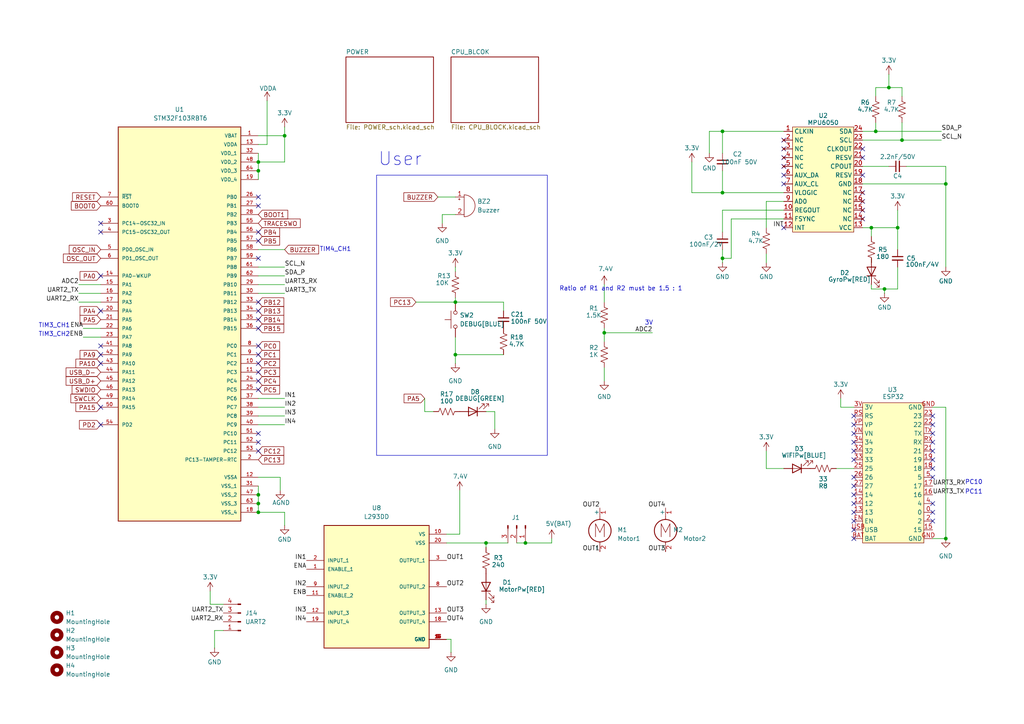
<source format=kicad_sch>
(kicad_sch (version 20231120) (generator "eeschema") (generator_version "8.0")
  (paper "A4")
  (title_block (title "Balancing_Robot") (date "2024-10-04") (company "JaewonAhn"))
  (lib_symbols
    (symbol "Connector:Conn_01x03_Pin" (pin_names (offset 1.016) hide)
      (property "Reference" "J" (at 0 5.08 0))
      (property "Value" "Conn_01x03_Pin" (at 0 -5.08 0))
      (symbol "Conn_01x03_Pin_1_1"
        (polyline (pts (xy 1.27 -2.54) (xy 0.8636 -2.54)) (stroke (width 0.1524)))
        (polyline (pts (xy 1.27 0) (xy 0.8636 0)) (stroke (width 0.1524)))
        (polyline (pts (xy 1.27 2.54) (xy 0.8636 2.54)) (stroke (width 0.1524)))
        (rectangle (start 0.8636 -2.413) (end 0 -2.667) (stroke (width 0.1524)) (fill (type outline)))
        (rectangle (start 0.8636 0.127) (end 0 -0.127) (stroke (width 0.1524)) (fill (type outline)))
        (rectangle (start 0.8636 2.667) (end 0 2.413) (stroke (width 0.1524)) (fill (type outline)))
        (pin passive line (at 5.08 2.54 180) (length 3.81) (name "Pin_1") (number "1"))
        (pin passive line (at 5.08 0 180) (length 3.81) (name "Pin_2") (number "2"))
        (pin passive line (at 5.08 -2.54 180) (length 3.81) (name "Pin_3") (number "3"))
      )
    )
    (symbol "Connector:Conn_01x04_Pin" (pin_names (offset 1.016) hide)
      (property "Reference" "J" (at 0 5.08 0))
      (property "Value" "Conn_01x04_Pin" (at 0 -7.62 0))
      (symbol "Conn_01x04_Pin_1_1"
        (polyline (pts (xy 1.27 -5.08) (xy 0.8636 -5.08)) (stroke (width 0.1524)))
        (polyline (pts (xy 1.27 -2.54) (xy 0.8636 -2.54)) (stroke (width 0.1524)))
        (polyline (pts (xy 1.27 0) (xy 0.8636 0)) (stroke (width 0.1524)))
        (polyline (pts (xy 1.27 2.54) (xy 0.8636 2.54)) (stroke (width 0.1524)))
        (rectangle (start 0.8636 -4.953) (end 0 -5.207) (stroke (width 0.1524)) (fill (type outline)))
        (rectangle (start 0.8636 -2.413) (end 0 -2.667) (stroke (width 0.1524)) (fill (type outline)))
        (rectangle (start 0.8636 0.127) (end 0 -0.127) (stroke (width 0.1524)) (fill (type outline)))
        (rectangle (start 0.8636 2.667) (end 0 2.413) (stroke (width 0.1524)) (fill (type outline)))
        (pin passive line (at 5.08 2.54 180) (length 3.81) (name "Pin_1") (number "1"))
        (pin passive line (at 5.08 0 180) (length 3.81) (name "Pin_2") (number "2"))
        (pin passive line (at 5.08 -2.54 180) (length 3.81) (name "Pin_3") (number "3"))
        (pin passive line (at 5.08 -5.08 180) (length 3.81) (name "Pin_4") (number "4"))
      )
    )
    (symbol "Device:Buzzer" (pin_names (offset 0.0254) hide)
      (property "Reference" "BZ" (at 3.81 1.27 0))
      (property "Value" "Buzzer" (at 3.81 -1.27 0))
      (symbol "Buzzer_0_1"
        (arc (start 0 -3.175) (mid 3.1612 0) (end 0 3.175))
        (polyline (pts (xy -1.651 1.905) (xy -1.143 1.905)))
        (polyline (pts (xy -1.397 2.159) (xy -1.397 1.651)))
        (polyline (pts (xy 0 3.175) (xy 0 -3.175)))
      )
      (symbol "Buzzer_1_1"
        (pin passive line (at -2.54 2.54 0) (length 2.54) (name "+") (number "1"))
        (pin passive line (at -2.54 -2.54 0) (length 2.54) (name "-") (number "2"))
      )
    )
    (symbol "Device:C_Small" (pin_numbers hide) (pin_names (offset 0.254) hide)
      (property "Reference" "C" (at 0.254 1.778 0))
      (property "Value" "C_Small" (at 0.254 -2.032 0))
      (symbol "C_Small_0_1"
        (polyline (pts (xy -1.524 -0.508) (xy 1.524 -0.508)) (stroke (width 0.3302)))
        (polyline (pts (xy -1.524 0.508) (xy 1.524 0.508)) (stroke (width 0.3048)))
      )
      (symbol "C_Small_1_1"
        (pin passive line (at 0 2.54 270) (length 2.032) (name "~") (number "1"))
        (pin passive line (at 0 -2.54 90) (length 2.032) (name "~") (number "2"))
      )
    )
    (symbol "Device:LED" (pin_numbers hide) (pin_names (offset 1.016) hide)
      (property "Reference" "D" (at 0 2.54 0))
      (property "Value" "LED" (at 0 -2.54 0))
      (symbol "LED_0_1"
        (polyline (pts (xy -1.27 -1.27) (xy -1.27 1.27)) (stroke (width 0.254)))
        (polyline (pts (xy -1.27 0) (xy 1.27 0)))
        (polyline (pts (xy 1.27 -1.27) (xy 1.27 1.27) (xy -1.27 0) (xy 1.27 -1.27)) (stroke (width 0.254)))
        (polyline (pts (xy -3.048 -0.762) (xy -4.572 -2.286) (xy -3.81 -2.286) (xy -4.572 -2.286) (xy -4.572 -1.524)))
        (polyline (pts (xy -1.778 -0.762) (xy -3.302 -2.286) (xy -2.54 -2.286) (xy -3.302 -2.286) (xy -3.302 -1.524)))
      )
      (symbol "LED_1_1"
        (pin passive line (at -3.81 0 0) (length 2.54) (name "K") (number "1"))
        (pin passive line (at 3.81 0 180) (length 2.54) (name "A") (number "2"))
      )
    )
    (symbol "Device:R_US" (pin_numbers hide) (pin_names (offset 0))
      (property "Reference" "R" (at 2.54 0 90))
      (property "Value" "R_US" (at -2.54 0 90))
      (symbol "R_US_0_1"
        (polyline (pts (xy 0 -2.286) (xy 0 -2.54)))
        (polyline (pts (xy 0 2.286) (xy 0 2.54)))
        (polyline (pts (xy 0 -0.762) (xy 1.016 -1.143) (xy 0 -1.524) (xy -1.016 -1.905) (xy 0 -2.286)))
        (polyline (pts (xy 0 0.762) (xy 1.016 0.381) (xy 0 0) (xy -1.016 -0.381) (xy 0 -0.762)))
        (polyline (pts (xy 0 2.286) (xy 1.016 1.905) (xy 0 1.524) (xy -1.016 1.143) (xy 0 0.762)))
      )
      (symbol "R_US_1_1"
        (pin passive line (at 0 3.81 270) (length 1.27) (name "~") (number "1"))
        (pin passive line (at 0 -3.81 90) (length 1.27) (name "~") (number "2"))
      )
    )
    (symbol "L293DD:L293DD" (pin_names (offset 1.016))
      (property "Reference" "U" (at -15 18.7 0))
      (property "Value" "L293DD" (at -15 -20 0))
      (symbol "L293DD_0_0"
        (rectangle (start -15.24 -17.78) (end 15.24 17.78) (stroke (width 0.254)) (fill (type background)))
        (pin input line (at -20.32 5.08 0) (length 5.08) (name "ENABLE_1") (number "1"))
        (pin power_in line (at 20.32 15.24 180) (length 5.08) (name "VS") (number "10"))
        (pin input line (at -20.32 -2.54 0) (length 5.08) (name "ENABLE_2") (number "11"))
        (pin input line (at -20.32 -7.62 0) (length 5.08) (name "INPUT_3") (number "12"))
        (pin output line (at 20.32 -7.62 180) (length 5.08) (name "OUTPUT_3") (number "13"))
        (pin power_in line (at 20.32 -15.24 180) (length 5.08) (name "GND") (number "14"))
        (pin power_in line (at 20.32 -15.24 180) (length 5.08) (name "GND") (number "15"))
        (pin power_in line (at 20.32 -15.24 180) (length 5.08) (name "GND") (number "16"))
        (pin power_in line (at 20.32 -15.24 180) (length 5.08) (name "GND") (number "17"))
        (pin output line (at 20.32 -10.16 180) (length 5.08) (name "OUTPUT_4") (number "18"))
        (pin input line (at -20.32 -10.16 0) (length 5.08) (name "INPUT_4") (number "19"))
        (pin input line (at -20.32 7.62 0) (length 5.08) (name "INPUT_1") (number "2"))
        (pin power_in line (at 20.32 12.7 180) (length 5.08) (name "VSS") (number "20"))
        (pin output line (at 20.32 7.62 180) (length 5.08) (name "OUTPUT_1") (number "3"))
        (pin power_in line (at 20.32 -15.24 180) (length 5.08) (name "GND") (number "4"))
        (pin power_in line (at 20.32 -15.24 180) (length 5.08) (name "GND") (number "5"))
        (pin power_in line (at 20.32 -15.24 180) (length 5.08) (name "GND") (number "6"))
        (pin power_in line (at 20.32 -15.24 180) (length 5.08) (name "GND") (number "7"))
        (pin output line (at 20.32 0 180) (length 5.08) (name "OUTPUT_2") (number "8"))
        (pin input line (at -20.32 0 0) (length 5.08) (name "INPUT_2") (number "9"))
      )
    )
    (symbol "Mechanical:MountingHole" (pin_names (offset 1.016)) (exclude_from_sim yes) (in_bom no)
      (property "Reference" "H" (at 0 5.08 0))
      (property "Value" "MountingHole" (at 0 3.175 0))
      (symbol "MountingHole_0_1"
        (circle (center 0 0) (radius 1.27) (stroke (width 1.27)))
      )
    )
    (symbol "Motor:Motor_DC" (pin_names (offset 0))
      (property "Reference" "M" (at 2.54 2.54 0))
      (property "Value" "Motor_DC" (at 2.54 -5.08 0))
      (symbol "Motor_DC_0_0"
        (polyline (pts (xy -1.27 -3.302) (xy -1.27 0.508) (xy 0 -2.032) (xy 1.27 0.508) (xy 1.27 -3.302)))
      )
      (symbol "Motor_DC_0_1"
        (circle (center 0 -1.524) (radius 3.2512) (stroke (width 0.254)))
        (polyline (pts (xy 0 -7.62) (xy 0 -7.112)))
        (polyline (pts (xy 0 -4.7752) (xy 0 -5.1816)))
        (polyline (pts (xy 0 1.7272) (xy 0 2.0828)))
        (polyline (pts (xy 0 2.032) (xy 0 2.54)))
      )
      (symbol "Motor_DC_1_1"
        (pin passive line (at 0 5.08 270) (length 2.54) (name "+") (number "1"))
        (pin passive line (at 0 -7.62 90) (length 2.54) (name "-") (number "2"))
      )
    )
    (symbol "STM32F103RBT6:STM32F103RBT6" (pin_names (offset 1.016))
      (property "Reference" "U" (at -17.78 56.388 0))
      (property "Value" "STM32F103RBT6" (at -17.78 -60.96 0))
      (symbol "STM32F103RBT6_0_0"
        (rectangle (start -17.78 -58.42) (end 17.78 55.88) (stroke (width 0.254)) (fill (type background)))
        (pin power_in line (at 22.86 53.34 180) (length 5.08) (name "VBAT") (number "1"))
        (pin bidirectional line (at 22.86 -12.7 180) (length 5.08) (name "PC2") (number "10"))
        (pin bidirectional line (at 22.86 -15.24 180) (length 5.08) (name "PC3") (number "11"))
        (pin power_in line (at 22.86 -45.72 180) (length 5.08) (name "VSSA") (number "12"))
        (pin power_in line (at 22.86 50.8 180) (length 5.08) (name "VDDA") (number "13"))
        (pin bidirectional line (at -22.86 12.7 0) (length 5.08) (name "PA0-WKUP") (number "14"))
        (pin bidirectional line (at -22.86 10.16 0) (length 5.08) (name "PA1") (number "15"))
        (pin bidirectional line (at -22.86 7.62 0) (length 5.08) (name "PA2") (number "16"))
        (pin bidirectional line (at -22.86 5.08 0) (length 5.08) (name "PA3") (number "17"))
        (pin power_in line (at 22.86 -55.88 180) (length 5.08) (name "VSS_4") (number "18"))
        (pin power_in line (at 22.86 40.64 180) (length 5.08) (name "VDD_4") (number "19"))
        (pin bidirectional line (at 22.86 -40.64 180) (length 5.08) (name "PC13-TAMPER-RTC") (number "2"))
        (pin bidirectional line (at -22.86 2.54 0) (length 5.08) (name "PA4") (number "20"))
        (pin bidirectional line (at -22.86 0 0) (length 5.08) (name "PA5") (number "21"))
        (pin bidirectional line (at -22.86 -2.54 0) (length 5.08) (name "PA6") (number "22"))
        (pin bidirectional line (at -22.86 -5.08 0) (length 5.08) (name "PA7") (number "23"))
        (pin bidirectional line (at 22.86 -17.78 180) (length 5.08) (name "PC4") (number "24"))
        (pin bidirectional line (at 22.86 -20.32 180) (length 5.08) (name "PC5") (number "25"))
        (pin bidirectional line (at 22.86 35.56 180) (length 5.08) (name "PB0") (number "26"))
        (pin bidirectional line (at 22.86 33.02 180) (length 5.08) (name "PB1") (number "27"))
        (pin bidirectional line (at 22.86 30.48 180) (length 5.08) (name "PB2") (number "28"))
        (pin bidirectional line (at 22.86 10.16 180) (length 5.08) (name "PB10") (number "29"))
        (pin bidirectional line (at -22.86 27.94 0) (length 5.08) (name "PC14-OSC32_IN") (number "3"))
        (pin bidirectional line (at 22.86 7.62 180) (length 5.08) (name "PB11") (number "30"))
        (pin power_in line (at 22.86 -48.26 180) (length 5.08) (name "VSS_1") (number "31"))
        (pin power_in line (at 22.86 48.26 180) (length 5.08) (name "VDD_1") (number "32"))
        (pin bidirectional line (at 22.86 5.08 180) (length 5.08) (name "PB12") (number "33"))
        (pin bidirectional line (at 22.86 2.54 180) (length 5.08) (name "PB13") (number "34"))
        (pin bidirectional line (at 22.86 0 180) (length 5.08) (name "PB14") (number "35"))
        (pin bidirectional line (at 22.86 -2.54 180) (length 5.08) (name "PB15") (number "36"))
        (pin bidirectional line (at 22.86 -22.86 180) (length 5.08) (name "PC6") (number "37"))
        (pin bidirectional line (at 22.86 -25.4 180) (length 5.08) (name "PC7") (number "38"))
        (pin bidirectional line (at 22.86 -27.94 180) (length 5.08) (name "PC8") (number "39"))
        (pin bidirectional line (at -22.86 25.4 0) (length 5.08) (name "PC15-OSC32_OUT") (number "4"))
        (pin bidirectional line (at 22.86 -30.48 180) (length 5.08) (name "PC9") (number "40"))
        (pin bidirectional line (at -22.86 -7.62 0) (length 5.08) (name "PA8") (number "41"))
        (pin bidirectional line (at -22.86 -10.16 0) (length 5.08) (name "PA9") (number "42"))
        (pin bidirectional line (at -22.86 -12.7 0) (length 5.08) (name "PA10") (number "43"))
        (pin bidirectional line (at -22.86 -15.24 0) (length 5.08) (name "PA11") (number "44"))
        (pin bidirectional line (at -22.86 -17.78 0) (length 5.08) (name "PA12") (number "45"))
        (pin bidirectional line (at -22.86 -20.32 0) (length 5.08) (name "PA13") (number "46"))
        (pin power_in line (at 22.86 -50.8 180) (length 5.08) (name "VSS_2") (number "47"))
        (pin power_in line (at 22.86 45.72 180) (length 5.08) (name "VDD_2") (number "48"))
        (pin bidirectional line (at -22.86 -22.86 0) (length 5.08) (name "PA14") (number "49"))
        (pin input line (at -22.86 20.32 0) (length 5.08) (name "PD0_OSC_IN") (number "5"))
        (pin bidirectional line (at -22.86 -25.4 0) (length 5.08) (name "PA15") (number "50"))
        (pin bidirectional line (at 22.86 -33.02 180) (length 5.08) (name "PC10") (number "51"))
        (pin bidirectional line (at 22.86 -35.56 180) (length 5.08) (name "PC11") (number "52"))
        (pin bidirectional line (at 22.86 -38.1 180) (length 5.08) (name "PC12") (number "53"))
        (pin bidirectional line (at -22.86 -30.48 0) (length 5.08) (name "PD2") (number "54"))
        (pin bidirectional line (at 22.86 27.94 180) (length 5.08) (name "PB3") (number "55"))
        (pin bidirectional line (at 22.86 25.4 180) (length 5.08) (name "PB4") (number "56"))
        (pin bidirectional line (at 22.86 22.86 180) (length 5.08) (name "PB5") (number "57"))
        (pin bidirectional line (at 22.86 20.32 180) (length 5.08) (name "PB6") (number "58"))
        (pin bidirectional line (at 22.86 17.78 180) (length 5.08) (name "PB7") (number "59"))
        (pin output line (at -22.86 17.78 0) (length 5.08) (name "PD1_OSC_OUT") (number "6"))
        (pin input line (at -22.86 33.02 0) (length 5.08) (name "BOOT0") (number "60"))
        (pin bidirectional line (at 22.86 15.24 180) (length 5.08) (name "PB8") (number "61"))
        (pin bidirectional line (at 22.86 12.7 180) (length 5.08) (name "PB9") (number "62"))
        (pin power_in line (at 22.86 -53.34 180) (length 5.08) (name "VSS_3") (number "63"))
        (pin power_in line (at 22.86 43.18 180) (length 5.08) (name "VDD_3") (number "64"))
        (pin bidirectional line (at -22.86 35.56 0) (length 5.08) (name "~{RST}") (number "7"))
        (pin bidirectional line (at 22.86 -7.62 180) (length 5.08) (name "PC0") (number "8"))
        (pin bidirectional line (at 22.86 -10.16 180) (length 5.08) (name "PC1") (number "9"))
      )
    )
    (symbol "Switch:SW_Push" (pin_numbers hide) (pin_names (offset 1.016) hide)
      (property "Reference" "SW" (at 1.27 2.54 0))
      (property "Value" "SW_Push" (at 0 -1.524 0))
      (symbol "SW_Push_0_1"
        (circle (center -2.032 0) (radius 0.508))
        (polyline (pts (xy 0 1.27) (xy 0 3.048)))
        (polyline (pts (xy 2.54 1.27) (xy -2.54 1.27)))
        (circle (center 2.032 0) (radius 0.508))
        (pin passive line (at -5.08 0 0) (length 2.54) (name "1") (number "1"))
        (pin passive line (at 5.08 0 180) (length 2.54) (name "2") (number "2"))
      )
    )
    (symbol "kicad_lib:Lolin_d32"
      (property "Reference" "U" (at -0.254 23.114 0))
      (symbol "Lolin_d32_1_1"
        (rectangle (start -8.89 20.32) (end 8.89 -20.32) (fill (type background)))
        (pin free line (at 11.43 -11.43 180) (length 2.54) (name "0") (number "0"))
        (pin free line (at -11.43 -8.89 0) (length 2.54) (name "12") (number "12"))
        (pin free line (at -11.43 -11.43 0) (length 2.54) (name "13") (number "13"))
        (pin free line (at -11.43 -6.35 0) (length 2.54) (name "14") (number "14"))
        (pin free line (at 11.43 -16.51 180) (length 2.54) (name "15") (number "15"))
        (pin free line (at 11.43 -6.35 180) (length 2.54) (name "16") (number "16"))
        (pin free line (at 11.43 -3.81 180) (length 2.54) (name "17") (number "17"))
        (pin free line (at 11.43 1.27 180) (length 2.54) (name "18") (number "18"))
        (pin free line (at 11.43 3.81 180) (length 2.54) (name "19") (number "19"))
        (pin free line (at 11.43 -13.97 180) (length 2.54) (name "2") (number "2"))
        (pin free line (at 11.43 6.35 180) (length 2.54) (name "21") (number "21"))
        (pin free line (at 11.43 13.97 180) (length 2.54) (name "22") (number "22"))
        (pin free line (at 11.43 16.51 180) (length 2.54) (name "23") (number "23"))
        (pin free line (at -11.43 1.27 0) (length 2.54) (name "25") (number "25"))
        (pin free line (at -11.43 -1.27 0) (length 2.54) (name "26") (number "26"))
        (pin free line (at -11.43 -3.81 0) (length 2.54) (name "27") (number "27"))
        (pin free line (at -11.43 6.35 0) (length 2.54) (name "32") (number "32"))
        (pin free line (at -11.43 3.81 0) (length 2.54) (name "33") (number "33"))
        (pin free line (at -11.43 8.89 0) (length 2.54) (name "34") (number "34"))
        (pin free line (at -11.43 19.05 0) (length 2.54) (name "3V") (number "3V"))
        (pin free line (at 11.43 -8.89 180) (length 2.54) (name "4") (number "4"))
        (pin free line (at 11.43 -1.27 180) (length 2.54) (name "5") (number "5"))
        (pin free line (at -11.43 -19.05 0) (length 2.54) (name "BAT") (number "BAT"))
        (pin free line (at -11.43 -13.97 0) (length 2.54) (name "EN") (number "EN"))
        (pin free line (at 11.43 -19.05 180) (length 2.54) (name "GND") (number "GND"))
        (pin free line (at 11.43 19.05 180) (length 2.54) (name "GND") (number "GND"))
        (pin free line (at -11.43 16.51 0) (length 2.54) (name "RS") (number "RS"))
        (pin free line (at 11.43 8.89 180) (length 2.54) (name "RX") (number "RX"))
        (pin free line (at 11.43 11.43 180) (length 2.54) (name "TX") (number "TX"))
        (pin free line (at -11.43 -16.51 0) (length 2.54) (name "USB") (number "USB"))
        (pin free line (at -11.43 11.43 0) (length 2.54) (name "VN") (number "VN"))
        (pin free line (at -11.43 13.97 0) (length 2.54) (name "VP") (number "VP"))
      )
    )
    (symbol "kicad_lib:mpu6050"
      (property "Reference" "U" (at 0.762 16.764 0))
      (symbol "mpu6050_1_1"
        (rectangle (start -8.89 15.24) (end 8.89 -15.24) (fill (type background)))
        (pin free line (at -11.43 13.97 0) (length 2.54) (name "CLKIN") (number "1"))
        (pin free line (at -11.43 -8.89 0) (length 2.54) (name "REGOUT") (number "10"))
        (pin free line (at -11.43 -11.43 0) (length 2.54) (name "FSYNC") (number "11"))
        (pin free line (at -11.43 -13.97 0) (length 2.54) (name "INT") (number "12"))
        (pin power_in line (at 11.43 -13.97 180) (length 2.54) (name "VCC") (number "13"))
        (pin no_connect line (at 11.43 -11.43 180) (length 2.54) (name "NC") (number "14"))
        (pin no_connect line (at 11.43 -8.89 180) (length 2.54) (name "NC") (number "15"))
        (pin no_connect line (at 11.43 -6.35 180) (length 2.54) (name "NC") (number "16"))
        (pin no_connect line (at 11.43 -3.81 180) (length 2.54) (name "NC") (number "17"))
        (pin power_in line (at 11.43 -1.27 180) (length 2.54) (name "GND") (number "18"))
        (pin free line (at 11.43 1.27 180) (length 2.54) (name "RESV") (number "19"))
        (pin no_connect line (at -11.43 11.43 0) (length 2.54) (name "NC") (number "2"))
        (pin free line (at 11.43 3.81 180) (length 2.54) (name "CPOUT") (number "20"))
        (pin free line (at 11.43 6.35 180) (length 2.54) (name "RESV") (number "21"))
        (pin free line (at 11.43 8.89 180) (length 2.54) (name "CLKOUT") (number "22"))
        (pin free line (at 11.43 11.43 180) (length 2.54) (name "SCL") (number "23"))
        (pin free line (at 11.43 13.97 180) (length 2.54) (name "SDA") (number "24"))
        (pin no_connect line (at -11.43 8.89 0) (length 2.54) (name "NC") (number "3"))
        (pin no_connect line (at -11.43 6.35 0) (length 2.54) (name "NC") (number "4"))
        (pin no_connect line (at -11.43 3.81 0) (length 2.54) (name "NC") (number "5"))
        (pin free line (at -11.43 1.27 0) (length 2.54) (name "AUX_DA") (number "6"))
        (pin free line (at -11.43 -1.27 0) (length 2.54) (name "AUX_CL") (number "7"))
        (pin free line (at -11.43 -3.81 0) (length 2.54) (name "VLOGIC") (number "8"))
        (pin free line (at -11.43 -6.35 0) (length 2.54) (name "AD0") (number "9"))
      )
    )
    (symbol "power:GND" (power) (pin_numbers hide) (pin_names (offset 0) hide)
      (property "Value" "GND" (at 0 -3.81 0))
      (symbol "GND_0_1"
        (polyline (pts (xy 0 0) (xy 0 -1.27) (xy 1.27 -1.27) (xy 0 -2.54) (xy -1.27 -1.27) (xy 0 -1.27)))
      )
      (symbol "GND_1_1"
        (pin power_in line (at 0 0 270) (length 0) (name "~") (number "1"))
      )
    )
    (symbol "power:VCC" (power) (pin_numbers hide) (pin_names (offset 0) hide)
      (property "Value" "VCC" (at 0 3.556 0))
      (symbol "VCC_0_1"
        (polyline (pts (xy -0.762 1.27) (xy 0 2.54)))
        (polyline (pts (xy 0 0) (xy 0 2.54)))
        (polyline (pts (xy 0 2.54) (xy 0.762 1.27)))
      )
      (symbol "VCC_1_1"
        (pin power_in line (at 0 0 90) (length 0) (name "~") (number "1"))
      )
    )
    (symbol "power:VDD" (power) (pin_numbers hide) (pin_names (offset 0) hide)
      (property "Value" "VDD" (at 0 3.556 0))
      (symbol "VDD_0_1"
        (polyline (pts (xy -0.762 1.27) (xy 0 2.54)))
        (polyline (pts (xy 0 0) (xy 0 2.54)))
        (polyline (pts (xy 0 2.54) (xy 0.762 1.27)))
      )
      (symbol "VDD_1_1"
        (pin power_in line (at 0 0 90) (length 0) (name "~") (number "1"))
      )
    )
  )
  (junction (at 209.55 55.88))
  (junction (at 274.32 53.34))
  (junction (at 140.97 157.48))
  (junction (at 82.55 39.37))
  (junction (at 175.26 96.52))
  (junction (at 260.35 66.04))
  (junction (at 74.93 49.53))
  (junction (at 261.62 40.64))
  (junction (at 152.4 157.48))
  (junction (at 209.55 74.93))
  (junction (at 252.73 66.04))
  (junction (at 254 38.1))
  (junction (at 132.08 87.63))
  (junction (at 74.93 146.05))
  (junction (at 74.93 143.51))
  (junction (at 257.81 25.4))
  (junction (at 132.08 102.87))
  (junction (at 256.54 83.82))
  (junction (at 74.93 46.99))
  (junction (at 209.55 38.1))
  (junction (at 274.32 156.21))
  (junction (at 74.93 148.59))
  (no_connect (at 74.93 87.63))
  (no_connect (at 227.33 45.72))
  (no_connect (at 29.21 90.17))
  (no_connect (at 247.65 151.13))
  (no_connect (at 250.19 58.42))
  (no_connect (at 247.65 125.73))
  (no_connect (at 74.93 130.81))
  (no_connect (at 29.21 64.77))
  (no_connect (at 247.65 123.19))
  (no_connect (at 270.51 138.43))
  (no_connect (at 250.19 55.88))
  (no_connect (at 247.65 138.43))
  (no_connect (at 250.19 50.8))
  (no_connect (at 247.65 148.59))
  (no_connect (at 247.65 120.65))
  (no_connect (at 270.51 148.59))
  (no_connect (at 74.93 105.41))
  (no_connect (at 270.51 128.27))
  (no_connect (at 227.33 53.34))
  (no_connect (at 270.51 151.13))
  (no_connect (at 74.93 95.25))
  (no_connect (at 74.93 107.95))
  (no_connect (at 74.93 57.15))
  (no_connect (at 247.65 130.81))
  (no_connect (at 250.19 45.72))
  (no_connect (at 74.93 110.49))
  (no_connect (at 74.93 128.27))
  (no_connect (at 247.65 133.35))
  (no_connect (at 29.21 118.11))
  (no_connect (at 227.33 43.18))
  (no_connect (at 29.21 80.01))
  (no_connect (at 74.93 74.93))
  (no_connect (at 74.93 102.87))
  (no_connect (at 247.65 146.05))
  (no_connect (at 270.51 123.19))
  (no_connect (at 250.19 43.18))
  (no_connect (at 74.93 100.33))
  (no_connect (at 270.51 120.65))
  (no_connect (at 74.93 67.31))
  (no_connect (at 270.51 146.05))
  (no_connect (at 250.19 60.96))
  (no_connect (at 74.93 59.69))
  (no_connect (at 74.93 92.71))
  (no_connect (at 270.51 133.35))
  (no_connect (at 74.93 90.17))
  (no_connect (at 270.51 125.73))
  (no_connect (at 247.65 153.67))
  (no_connect (at 29.21 67.31))
  (no_connect (at 250.19 63.5))
  (no_connect (at 247.65 140.97))
  (no_connect (at 247.65 143.51))
  (no_connect (at 29.21 105.41))
  (no_connect (at 247.65 128.27))
  (no_connect (at 29.21 102.87))
  (no_connect (at 270.51 135.89))
  (no_connect (at 227.33 40.64))
  (no_connect (at 29.21 123.19))
  (no_connect (at 29.21 100.33))
  (no_connect (at 247.65 156.21))
  (no_connect (at 74.93 113.03))
  (no_connect (at 270.51 130.81))
  (no_connect (at 227.33 48.26))
  (no_connect (at 74.93 125.73))
  (no_connect (at 74.93 69.85))
  (no_connect (at 227.33 66.04))
  (no_connect (at 227.33 50.8))
  (wire (pts (xy 140.97 175.26) (xy 140.97 173.99)))
  (wire (pts (xy 209.55 38.1) (xy 209.55 44.45)))
  (wire (pts (xy 250.19 48.26) (xy 257.81 48.26)))
  (wire (pts (xy 22.86 85.09) (xy 29.21 85.09)))
  (wire (pts (xy 127 57.15) (xy 132.08 57.15)))
  (wire (pts (xy 250.19 38.1) (xy 254 38.1)))
  (wire (pts (xy 252.73 66.04) (xy 252.73 68.58)))
  (wire (pts (xy 133.35 142.24) (xy 133.35 154.94)))
  (wire (pts (xy 274.32 53.34) (xy 274.32 77.47)))
  (wire (pts (xy 140.97 158.75) (xy 140.97 157.48)))
  (wire (pts (xy 74.93 49.53) (xy 74.93 52.07)))
  (wire (pts (xy 82.55 80.01) (xy 74.93 80.01)))
  (wire (pts (xy 129.54 185.42) (xy 130.81 185.42)))
  (wire (pts (xy 82.55 115.57) (xy 74.93 115.57)))
  (wire (pts (xy 132.08 87.63) (xy 146.05 87.63)))
  (wire (pts (xy 74.93 146.05) (xy 74.93 148.59)))
  (wire (pts (xy 205.74 38.1) (xy 209.55 38.1)))
  (wire (pts (xy 74.93 44.45) (xy 74.93 46.99)))
  (wire (pts (xy 175.26 87.63) (xy 175.26 82.55)))
  (wire (pts (xy 74.93 140.97) (xy 74.93 143.51)))
  (wire (pts (xy 82.55 46.99) (xy 74.93 46.99)))
  (wire (pts (xy 120.65 87.63) (xy 132.08 87.63)))
  (wire (pts (xy 82.55 85.09) (xy 74.93 85.09)))
  (wire (pts (xy 74.93 46.99) (xy 74.93 49.53)))
  (wire (pts (xy 60.96 175.26) (xy 64.77 175.26)))
  (wire (pts (xy 82.55 82.55) (xy 74.93 82.55)))
  (wire (pts (xy 77.47 29.21) (xy 77.47 41.91)))
  (wire (pts (xy 132.08 86.36) (xy 132.08 87.63)))
  (wire (pts (xy 212.09 63.5) (xy 227.33 63.5)))
  (wire (pts (xy 212.09 74.93) (xy 209.55 74.93)))
  (wire (pts (xy 132.08 77.47) (xy 132.08 78.74)))
  (wire (pts (xy 212.09 63.5) (xy 212.09 74.93)))
  (wire (pts (xy 82.55 39.37) (xy 82.55 36.83)))
  (wire (pts (xy 261.62 35.56) (xy 261.62 40.64)))
  (wire (pts (xy 82.55 77.47) (xy 74.93 77.47)))
  (wire (pts (xy 270.51 118.11) (xy 274.32 118.11)))
  (wire (pts (xy 209.55 38.1) (xy 227.33 38.1)))
  (wire (pts (xy 175.26 96.52) (xy 175.26 95.25)))
  (wire (pts (xy 256.54 85.09) (xy 256.54 83.82)))
  (wire (pts (xy 140.97 157.48) (xy 147.32 157.48)))
  (wire (pts (xy 160.02 157.48) (xy 160.02 156.21)))
  (wire (pts (xy 22.86 87.63) (xy 29.21 87.63)))
  (wire (pts (xy 22.86 82.55) (xy 29.21 82.55)))
  (wire (pts (xy 77.47 41.91) (xy 74.93 41.91)))
  (wire (pts (xy 257.81 21.59) (xy 257.81 25.4)))
  (wire (pts (xy 262.89 48.26) (xy 274.32 48.26)))
  (wire (pts (xy 64.77 182.88) (xy 62.23 182.88)))
  (wire (pts (xy 82.55 148.59) (xy 74.93 148.59)))
  (wire (pts (xy 250.19 40.64) (xy 261.62 40.64)))
  (wire (pts (xy 82.55 39.37) (xy 82.55 46.99)))
  (wire (pts (xy 256.54 83.82) (xy 252.73 83.82)))
  (wire (pts (xy 132.08 102.87) (xy 132.08 105.41)))
  (wire (pts (xy 175.26 99.06) (xy 175.26 96.52)))
  (wire (pts (xy 130.81 185.42) (xy 130.81 189.23)))
  (wire (pts (xy 209.55 55.88) (xy 200.66 55.88)))
  (wire (pts (xy 209.55 74.93) (xy 209.55 76.2)))
  (wire (pts (xy 254 25.4) (xy 257.81 25.4)))
  (wire (pts (xy 222.25 58.42) (xy 227.33 58.42)))
  (wire (pts (xy 143.51 119.38) (xy 143.51 124.46)))
  (wire (pts (xy 209.55 67.31) (xy 209.55 60.96)))
  (wire (pts (xy 209.55 60.96) (xy 227.33 60.96)))
  (wire (pts (xy 260.35 83.82) (xy 256.54 83.82)))
  (wire (pts (xy 274.32 118.11) (xy 274.32 156.21)))
  (wire (pts (xy 242.57 135.89) (xy 247.65 135.89)))
  (wire (pts (xy 261.62 40.64) (xy 273.05 40.64)))
  (wire (pts (xy 261.62 25.4) (xy 261.62 27.94)))
  (wire (pts (xy 140.97 119.38) (xy 143.51 119.38)))
  (wire (pts (xy 205.74 38.1) (xy 205.74 44.45)))
  (wire (pts (xy 125.73 119.38) (xy 123.19 119.38)))
  (wire (pts (xy 152.4 157.48) (xy 160.02 157.48)))
  (wire (pts (xy 260.35 72.39) (xy 260.35 66.04)))
  (wire (pts (xy 209.55 55.88) (xy 227.33 55.88)))
  (wire (pts (xy 270.51 156.21) (xy 274.32 156.21)))
  (wire (pts (xy 146.05 87.63) (xy 146.05 90.17)))
  (wire (pts (xy 129.54 157.48) (xy 140.97 157.48)))
  (wire (pts (xy 82.55 120.65) (xy 74.93 120.65)))
  (wire (pts (xy 243.84 115.57) (xy 243.84 118.11)))
  (wire (pts (xy 209.55 49.53) (xy 209.55 55.88)))
  (wire (pts (xy 149.86 157.48) (xy 152.4 157.48)))
  (wire (pts (xy 243.84 118.11) (xy 247.65 118.11)))
  (wire (pts (xy 254 25.4) (xy 254 27.94)))
  (wire (pts (xy 81.28 142.24) (xy 81.28 138.43)))
  (wire (pts (xy 175.26 96.52) (xy 189.23 96.52)))
  (wire (pts (xy 123.19 115.57) (xy 123.19 119.38)))
  (wire (pts (xy 222.25 76.2) (xy 222.25 73.66)))
  (wire (pts (xy 254 35.56) (xy 254 38.1)))
  (wire (pts (xy 74.93 39.37) (xy 82.55 39.37)))
  (wire (pts (xy 133.35 154.94) (xy 129.54 154.94)))
  (wire (pts (xy 82.55 123.19) (xy 74.93 123.19)))
  (wire (pts (xy 261.62 25.4) (xy 257.81 25.4)))
  (wire (pts (xy 274.32 48.26) (xy 274.32 53.34)))
  (wire (pts (xy 252.73 83.82) (xy 252.73 82.55)))
  (wire (pts (xy 254 38.1) (xy 273.05 38.1)))
  (wire (pts (xy 82.55 72.39) (xy 74.93 72.39)))
  (wire (pts (xy 260.35 60.96) (xy 260.35 66.04)))
  (wire (pts (xy 260.35 77.47) (xy 260.35 83.82)))
  (wire (pts (xy 222.25 58.42) (xy 222.25 66.04)))
  (wire (pts (xy 81.28 138.43) (xy 74.93 138.43)))
  (wire (pts (xy 60.96 171.45) (xy 60.96 175.26)))
  (wire (pts (xy 82.55 152.4) (xy 82.55 148.59)))
  (wire (pts (xy 175.26 106.68) (xy 175.26 110.49)))
  (wire (pts (xy 200.66 46.99) (xy 200.66 55.88)))
  (wire (pts (xy 132.08 102.87) (xy 146.05 102.87)))
  (wire (pts (xy 222.25 130.81) (xy 222.25 135.89)))
  (wire (pts (xy 252.73 74.93) (xy 252.73 76.2)))
  (wire (pts (xy 252.73 66.04) (xy 260.35 66.04)))
  (wire (pts (xy 209.55 72.39) (xy 209.55 74.93)))
  (wire (pts (xy 128.27 64.77) (xy 128.27 62.23)))
  (wire (pts (xy 250.19 53.34) (xy 274.32 53.34)))
  (wire (pts (xy 24.13 97.79) (xy 29.21 97.79)))
  (wire (pts (xy 74.93 143.51) (xy 74.93 146.05)))
  (wire (pts (xy 222.25 135.89) (xy 227.33 135.89)))
  (wire (pts (xy 250.19 66.04) (xy 252.73 66.04)))
  (wire (pts (xy 128.27 62.23) (xy 132.08 62.23)))
  (wire (pts (xy 24.13 95.25) (xy 29.21 95.25)))
  (wire (pts (xy 82.55 118.11) (xy 74.93 118.11)))
  (wire (pts (xy 132.08 102.87) (xy 132.08 97.79)))
  (wire (pts (xy 62.23 182.88) (xy 62.23 187.96)))
  (rectangle (start 109.22 50.8) (end 158.75 132.08))
  (text "Ratio of R1 and R2 must be 1.5 : 1" (at 180.086 83.82 0) (effects (font (size 1.27 1.27))))
  (text "TIM3_CH1" (at 15.748 94.488 0) (effects (font (size 1.27 1.27))))
  (text "PC11" (at 282.448 142.748 0) (effects (font (size 1.27 1.27))))
  (text "User" (at 116.078 46.228 0) (effects (font (size 3.81 3.81))))
  (text "TIM3_CH2" (at 15.748 97.028 0) (effects (font (size 1.27 1.27))))
  (text "TIM4_CH1" (at 97.282 72.39 0) (effects (font (size 1.27 1.27))))
  (text "3V" (at 188.214 93.726 0) (effects (font (size 1.27 1.27))))
  (text "PC10" (at 282.448 139.954 0) (effects (font (size 1.27 1.27))))
  (label "UART3_TX" (at 82.55 85.09 0))
  (label "IN3" (at 82.55 120.65 0))
  (label "OUT2" (at 129.54 170.18 0))
  (label "ADC2" (at 22.86 82.55 180))
  (label "IN2" (at 88.9 170.18 180))
  (label "UART2_RX" (at 64.77 180.34 180))
  (label "UART2_RX" (at 22.86 87.63 180))
  (label "UART2_TX" (at 22.86 85.09 180))
  (label "SCL_N" (at 82.55 77.47 0))
  (label "UART2_TX" (at 64.77 177.8 180))
  (label "IN4" (at 88.9 180.34 180))
  (label "ENB" (at 88.9 172.72 180))
  (label "SDA_P" (at 82.55 80.01 0))
  (label "SCL_N" (at 273.05 40.64 0))
  (label "OUT4" (at 129.54 180.34 0))
  (label "IN4" (at 82.55 123.19 0))
  (label "ADC2" (at 189.23 96.52 180))
  (label "IN1" (at 88.9 162.56 180))
  (label "IN1" (at 82.55 115.57 0))
  (label "UART3_TX" (at 270.51 143.51 0))
  (label "OUT1" (at 129.54 162.56 0))
  (label "OUT3" (at 129.54 177.8 0))
  (label "IN2" (at 82.55 118.11 0))
  (label "UART3_RX" (at 270.51 140.97 0))
  (label "OUT3" (at 193.04 160.02 180))
  (label "OUT4" (at 193.04 147.32 180))
  (label "ENA" (at 88.9 165.1 180))
  (label "ENB" (at 24.13 97.79 180))
  (label "IN3" (at 88.9 177.8 180))
  (label "INT" (at 227.33 66.04 180))
  (label "ENA" (at 24.13 95.25 180))
  (label "SDA_P" (at 273.05 38.1 0))
  (label "OUT2" (at 173.99 147.32 180))
  (label "UART3_RX" (at 82.55 82.55 0))
  (label "OUT1" (at 173.99 160.02 180))
  (global_label "PA4" (shape input) (at 29.21 90.17 180) (property "Intersheetrefs" "${INTERSHEET_REFS}" (effects (hide yes))))
  (global_label "BUZZER" (shape input) (at 127 57.15 180) (property "Intersheetrefs" "${INTERSHEET_REFS}" (effects (hide yes))))
  (global_label "PA15" (shape input) (at 29.21 118.11 180) (property "Intersheetrefs" "${INTERSHEET_REFS}" (effects (hide yes))))
  (global_label "PB5" (shape input) (at 74.93 69.85 0) (property "Intersheetrefs" "${INTERSHEET_REFS}" (effects (hide yes))))
  (global_label "SWCLK" (shape input) (at 29.21 115.57 180) (property "Intersheetrefs" "${INTERSHEET_REFS}" (effects (hide yes))))
  (global_label "PC12" (shape input) (at 74.93 130.81 0) (property "Intersheetrefs" "${INTERSHEET_REFS}" (effects (hide yes))))
  (global_label "PA5" (shape input) (at 29.21 92.71 180) (property "Intersheetrefs" "${INTERSHEET_REFS}" (effects (hide yes))))
  (global_label "PB13" (shape input) (at 74.93 90.17 0) (property "Intersheetrefs" "${INTERSHEET_REFS}" (effects (hide yes))))
  (global_label "PC4" (shape input) (at 74.93 110.49 0) (property "Intersheetrefs" "${INTERSHEET_REFS}" (effects (hide yes))))
  (global_label "PD2" (shape input) (at 29.21 123.19 180) (property "Intersheetrefs" "${INTERSHEET_REFS}" (effects (hide yes))))
  (global_label "PB4" (shape input) (at 74.93 67.31 0) (property "Intersheetrefs" "${INTERSHEET_REFS}" (effects (hide yes))))
  (global_label "SWDIO" (shape input) (at 29.21 113.03 180) (property "Intersheetrefs" "${INTERSHEET_REFS}" (effects (hide yes))))
  (global_label "PB14" (shape input) (at 74.93 92.71 0) (property "Intersheetrefs" "${INTERSHEET_REFS}" (effects (hide yes))))
  (global_label "PA10" (shape input) (at 29.21 105.41 180) (property "Intersheetrefs" "${INTERSHEET_REFS}" (effects (hide yes))))
  (global_label "PA5" (shape input) (at 123.19 115.57 180) (property "Intersheetrefs" "${INTERSHEET_REFS}" (effects (hide yes))))
  (global_label "USB_D+" (shape input) (at 29.21 110.49 180) (property "Intersheetrefs" "${INTERSHEET_REFS}" (effects (hide yes))))
  (global_label "RESET" (shape input) (at 29.21 57.15 180) (property "Intersheetrefs" "${INTERSHEET_REFS}" (effects (hide yes))))
  (global_label "USB_D-" (shape input) (at 29.21 107.95 180) (property "Intersheetrefs" "${INTERSHEET_REFS}" (effects (hide yes))))
  (global_label "BOOT0" (shape input) (at 29.21 59.69 180) (property "Intersheetrefs" "${INTERSHEET_REFS}" (effects (hide yes))))
  (global_label "PC5" (shape input) (at 74.93 113.03 0) (property "Intersheetrefs" "${INTERSHEET_REFS}" (effects (hide yes))))
  (global_label "PB15" (shape input) (at 74.93 95.25 0) (property "Intersheetrefs" "${INTERSHEET_REFS}" (effects (hide yes))))
  (global_label "OSC_IN" (shape input) (at 29.21 72.39 180) (property "Intersheetrefs" "${INTERSHEET_REFS}" (effects (hide yes))))
  (global_label "PC13" (shape input) (at 74.93 133.35 0) (property "Intersheetrefs" "${INTERSHEET_REFS}" (effects (hide yes))))
  (global_label "PA9" (shape input) (at 29.21 102.87 180) (property "Intersheetrefs" "${INTERSHEET_REFS}" (effects (hide yes))))
  (global_label "PB12" (shape input) (at 74.93 87.63 0) (property "Intersheetrefs" "${INTERSHEET_REFS}" (effects (hide yes))))
  (global_label "PC3" (shape input) (at 74.93 107.95 0) (property "Intersheetrefs" "${INTERSHEET_REFS}" (effects (hide yes))))
  (global_label "PA0" (shape input) (at 29.21 80.01 180) (property "Intersheetrefs" "${INTERSHEET_REFS}" (effects (hide yes))))
  (global_label "OSC_OUT" (shape input) (at 29.21 74.93 180) (property "Intersheetrefs" "${INTERSHEET_REFS}" (effects (hide yes))))
  (global_label "TRACESWO" (shape input) (at 74.93 64.77 0) (property "Intersheetrefs" "${INTERSHEET_REFS}" (effects (hide yes))))
  (global_label "PC2" (shape input) (at 74.93 105.41 0) (property "Intersheetrefs" "${INTERSHEET_REFS}" (effects (hide yes))))
  (global_label "PC1" (shape input) (at 74.93 102.87 0) (property "Intersheetrefs" "${INTERSHEET_REFS}" (effects (hide yes))))
  (global_label "PC0" (shape input) (at 74.93 100.33 0) (property "Intersheetrefs" "${INTERSHEET_REFS}" (effects (hide yes))))
  (global_label "BOOT1" (shape input) (at 74.93 62.23 0) (property "Intersheetrefs" "${INTERSHEET_REFS}" (effects (hide yes))))
  (global_label "PC13" (shape input) (at 120.65 87.63 180) (property "Intersheetrefs" "${INTERSHEET_REFS}" (effects (hide yes))))
  (global_label "BUZZER" (shape input) (at 82.55 72.39 0) (property "Intersheetrefs" "${INTERSHEET_REFS}" (effects (hide yes))))
  (symbol (lib_id "power:VDD") (at 82.55 36.83 0) (unit 1)
    (property "Reference" "#PWR03" (effects (hide yes)))
    (property "Value" "3.3V" (at 82.55 32.766 0))
    (property "Description" "Power symbol creates a global label with name \"VDD\"" (effects (hide yes)))
  )
  (symbol (lib_id "Motor:Motor_DC") (at 193.04 152.4 0) (unit 1)
    (property "Reference" "M2" (at 198.12 153.6699 0) (effects (justify right)))
    (property "Value" "Motor2" (at 198.12 156.2099 0) (effects (justify left)))
    (property "Footprint" "Connector_PinHeader_2.54mm:PinHeader_1x02_P2.54mm_Horizontal" (effects (hide yes)))
    (property "Description" "DC Motor" (effects (hide yes)))
  )
  (symbol (lib_id "Device:LED") (at 140.97 170.18 90) (unit 1)
    (property "Reference" "D1" (at 147.066 168.91 90))
    (property "Value" "MotorPw[RED]" (at 151.384 170.942 90))
    (property "Footprint" "LED_SMD:LED_0805_2012Metric" (effects (hide yes)))
    (property "Description" "Light emitting diode" (effects (hide yes)))
  )
  (symbol (lib_id "Device:R_US") (at 140.97 162.56 0) (unit 1)
    (property "Reference" "R3" (at 144.526 161.798 0))
    (property "Value" "240" (at 144.526 163.83 0))
    (property "Footprint" "Resistor_SMD:R_0603_1608Metric" (effects (hide yes)))
    (property "Description" "Resistor, US symbol" (effects (hide yes)))
  )
  (symbol (lib_id "power:VDD") (at 243.84 115.57 0) (unit 1)
    (property "Reference" "#PWR013" (effects (hide yes)))
    (property "Value" "3.3V" (at 243.84 111.506 0))
    (property "Description" "Power symbol creates a global label with name \"VDD\"" (effects (hide yes)))
  )
  (symbol (lib_id "Motor:Motor_DC") (at 173.99 152.4 0) (unit 1)
    (property "Reference" "M1" (at 179.07 153.6699 0) (effects (justify left)))
    (property "Value" "Motor1" (at 179.07 156.2099 0) (effects (justify left)))
    (property "Footprint" "Connector_PinHeader_2.54mm:PinHeader_1x02_P2.54mm_Horizontal" (effects (hide yes)))
    (property "Description" "DC Motor" (effects (hide yes)))
  )
  (symbol (lib_id "Device:C_Small") (at 260.35 48.26 90) (unit 1)
    (property "Reference" "C4" (at 260.35 51.054 90))
    (property "Value" "2.2nF/50V" (at 260.35 45.466 90))
    (property "Footprint" "Capacitor_SMD:C_0603_1608Metric" (effects (hide yes)))
    (property "Description" "Unpolarized capacitor, small symbol" (effects (hide yes)))
  )
  (symbol (lib_id "Device:R_US") (at 129.54 119.38 270) (unit 1)
    (property "Reference" "R17" (at 129.54 114.3 90))
    (property "Value" "100" (at 129.54 116.332 90))
    (property "Footprint" "Resistor_SMD:R_0603_1608Metric" (effects (hide yes)))
    (property "Description" "Resistor, US symbol" (effects (hide yes)))
  )
  (symbol (lib_id "L293DD:L293DD") (at 109.22 170.18 0) (unit 1)
    (property "Reference" "U8" (at 109.22 147.32 0))
    (property "Value" "L293DD" (at 109.22 149.86 0))
    (property "Footprint" "l293d:SOIC127P1032X265-20N" (effects (hide yes)))
    (property "MF" "STMicroelectronics" (effects (hide yes)))
    (property "Description_1" "\n                        \n                            Bipolar Motor Driver  Parallel 20-SOIC\n                        \n" (effects (hide yes)))
    (property "Package" "SOIC-20 STMicroelectronics" (effects (hide yes)))
    (property "Price" "None" (effects (hide yes)))
    (property "Check_prices" "https://www.snapeda.com/parts/L293DD/STMicroelectronics/view-part/?ref=eda" (effects (hide yes)))
    (property "STANDARD" "IPC-7351B" (effects (hide yes)))
    (property "PARTREV" "N/A" (effects (hide yes)))
    (property "SnapEDA_Link" "https://www.snapeda.com/parts/L293DD/STMicroelectronics/view-part/?ref=snap" (effects (hide yes)))
    (property "MP" "L293DD" (effects (hide yes)))
    (property "Availability" "In Stock" (effects (hide yes)))
    (property "MANUFACTURER" "STMicroelectronics" (effects (hide yes)))
  )
  (symbol (lib_id "power:VCC") (at 77.47 29.21 0) (unit 1)
    (property "Reference" "#PWR01" (effects (hide yes)))
    (property "Value" "VDDA" (at 77.724 25.654 0))
    (property "Description" "Power symbol creates a global label with name \"VCC\"" (effects (hide yes)))
  )
  (symbol (lib_id "power:VCC") (at 160.02 156.21 0) (unit 1)
    (property "Reference" "#PWR057" (effects (hide yes)))
    (property "Value" "5V(BAT)" (at 158.242 151.892 0) (effects (justify left)))
    (property "Description" "Power symbol creates a global label with name \"VCC\"" (effects (hide yes)))
  )
  (symbol (lib_id "Device:R_US") (at 175.26 102.87 0) (unit 1)
    (property "Reference" "R2" (at 172.212 100.838 0))
    (property "Value" "1K" (at 172.212 102.87 0))
    (property "Footprint" "Resistor_SMD:R_0603_1608Metric" (effects (hide yes)))
    (property "Description" "Resistor, US symbol" (effects (hide yes)))
  )
  (symbol (lib_id "power:GND") (at 140.97 175.26 0) (unit 1)
    (property "Reference" "#PWR07" (effects (hide yes)))
    (property "Value" "GND" (at 140.97 180.34 0))
    (property "Description" "Power symbol creates a global label with name \"GND\" , ground" (effects (hide yes)))
  )
  (symbol (lib_id "power:VDD") (at 200.66 46.99 0) (unit 1)
    (property "Reference" "#PWR062" (effects (hide yes)))
    (property "Value" "3.3V" (at 200.66 42.926 0))
    (property "Description" "Power symbol creates a global label with name \"VDD\"" (effects (hide yes)))
  )
  (symbol (lib_id "Device:C_Small") (at 209.55 46.99 0) (mirror y) (unit 1)
    (property "Reference" "C2" (at 213.868 44.704 0))
    (property "Value" "100nF 50V" (at 214.376 46.99 0))
    (property "Footprint" "Capacitor_SMD:C_0603_1608Metric" (effects (hide yes)))
    (property "Description" "Unpolarized capacitor, small symbol" (effects (hide yes)))
  )
  (symbol (lib_id "Mechanical:MountingHole") (at 16.51 189.23 0) (unit 1) (exclude_from_sim yes) (in_bom no)
    (property "Reference" "H3" (at 19.05 187.9599 0) (effects (justify left)))
    (property "Value" "MountingHole" (at 19.05 190.4999 0) (effects (justify left)))
    (property "Footprint" "MountingHole:MountingHole_3.2mm_M3" (effects (hide yes)))
    (property "Description" "Mounting Hole without connection" (effects (hide yes)))
  )
  (symbol (lib_id "power:VDD") (at 260.35 60.96 0) (unit 1)
    (property "Reference" "#PWR061" (effects (hide yes)))
    (property "Value" "3.3V" (at 260.35 56.896 0))
    (property "Description" "Power symbol creates a global label with name \"VDD\"" (effects (hide yes)))
  )
  (symbol (lib_id "Mechanical:MountingHole") (at 16.51 184.15 0) (unit 1) (exclude_from_sim yes) (in_bom no)
    (property "Reference" "H2" (at 19.05 182.8799 0) (effects (justify left)))
    (property "Value" "MountingHole" (at 19.05 185.4199 0) (effects (justify left)))
    (property "Footprint" "MountingHole:MountingHole_3.2mm_M3" (effects (hide yes)))
    (property "Description" "Mounting Hole without connection" (effects (hide yes)))
  )
  (symbol (lib_id "power:GND") (at 274.32 156.21 0) (unit 1)
    (property "Reference" "#PWR021" (effects (hide yes)))
    (property "Value" "GND" (at 274.32 161.29 0))
    (property "Description" "Power symbol creates a global label with name \"GND\" , ground" (effects (hide yes)))
  )
  (symbol (lib_id "Device:R_US") (at 146.05 99.06 180) (unit 1)
    (property "Reference" "R18" (at 149.86 97.79 0))
    (property "Value" "4.7K" (at 149.86 99.822 0))
    (property "Footprint" "Resistor_SMD:R_0603_1608Metric" (effects (hide yes)))
    (property "Description" "Resistor, US symbol" (effects (hide yes)))
  )
  (symbol (lib_id "Mechanical:MountingHole") (at 16.51 194.31 0) (unit 1) (exclude_from_sim yes) (in_bom no)
    (property "Reference" "H4" (at 19.05 193.0399 0) (effects (justify left)))
    (property "Value" "MountingHole" (at 19.05 195.5799 0) (effects (justify left)))
    (property "Footprint" "MountingHole:MountingHole_3.2mm_M3" (effects (hide yes)))
    (property "Description" "Mounting Hole without connection" (effects (hide yes)))
  )
  (symbol (lib_id "power:GND") (at 128.27 64.77 0) (unit 1)
    (property "Reference" "#PWR018" (effects (hide yes)))
    (property "Value" "GND" (at 128.27 69.85 0))
    (property "Description" "Power symbol creates a global label with name \"GND\" , ground" (effects (hide yes)))
  )
  (symbol (lib_id "Device:LED") (at 252.73 78.74 90) (unit 1)
    (property "Reference" "D2" (at 244.983 79.121 90))
    (property "Value" "GyroPw[RED]" (at 246.38 81.026 90))
    (property "Footprint" "LED_SMD:LED_0805_2012Metric" (effects (hide yes)))
    (property "Description" "Light emitting diode" (effects (hide yes)))
  )
  (symbol (lib_id "Device:R_US") (at 252.73 72.39 180) (unit 1)
    (property "Reference" "R5" (at 256.032 72.39 0))
    (property "Value" "180" (at 256.032 74.422 0))
    (property "Footprint" "Resistor_SMD:R_0603_1608Metric" (effects (hide yes)))
    (property "Description" "Resistor, US symbol" (effects (hide yes)))
  )
  (symbol (lib_id "Device:LED") (at 137.16 119.38 180) (unit 1)
    (property "Reference" "D8" (at 137.795 113.665 0))
    (property "Value" "DEBUG[GREEN]" (at 139.192 115.57 0))
    (property "Footprint" "LED_SMD:LED_0805_2012Metric" (effects (hide yes)))
    (property "Description" "Light emitting diode" (effects (hide yes)))
  )
  (symbol (lib_id "Device:Buzzer") (at 134.62 59.69 0) (unit 1)
    (property "Reference" "BZ2" (at 138.43 58.4199 0) (effects (justify left)))
    (property "Value" "Buzzer" (at 138.43 60.9599 0) (effects (justify left)))
    (property "Footprint" "Buzzer_Beeper:Buzzer_D14mm_H7mm_P10mm" (effects (hide yes)))
    (property "Description" "Buzzer, polarized" (effects (hide yes)))
  )
  (symbol (lib_id "Connector:Conn_01x03_Pin") (at 149.86 152.4 270) (unit 1)
    (property "Reference" "J1" (at 149.606 150.114 90))
    (property "Value" "Conn_01x03_Pin" (effects (hide yes)))
    (property "Footprint" "SS-12D00-G3:SS-12D00" (effects (hide yes)))
    (property "Description" "Generic connector, single row, 01x03, script generated" (effects (hide yes)))
  )
  (symbol (lib_id "power:GND") (at 62.23 187.96 0) (unit 1)
    (property "Reference" "#PWR053" (effects (hide yes)))
    (property "Value" "GND" (at 62.23 192.024 0))
    (property "Description" "Power symbol creates a global label with name \"GND\" , ground" (effects (hide yes)))
  )
  (symbol (lib_id "Mechanical:MountingHole") (at 16.51 179.07 0) (unit 1) (exclude_from_sim yes) (in_bom no)
    (property "Reference" "H1" (at 19.05 177.7999 0) (effects (justify left)))
    (property "Value" "MountingHole" (at 19.05 180.3399 0) (effects (justify left)))
    (property "Footprint" "MountingHole:MountingHole_3.2mm_M3" (effects (hide yes)))
    (property "Description" "Mounting Hole without connection" (effects (hide yes)))
  )
  (symbol (lib_id "power:GND") (at 274.32 77.47 0) (unit 1)
    (property "Reference" "#PWR019" (effects (hide yes)))
    (property "Value" "GND" (at 274.32 81.534 0))
    (property "Description" "Power symbol creates a global label with name \"GND\" , ground" (effects (hide yes)))
  )
  (symbol (lib_id "power:GND") (at 209.55 76.2 0) (unit 1)
    (property "Reference" "#PWR011" (effects (hide yes)))
    (property "Value" "GND" (at 209.55 80.264 0))
    (property "Description" "Power symbol creates a global label with name \"GND\" , ground" (effects (hide yes)))
  )
  (symbol (lib_id "power:VCC") (at 133.35 142.24 0) (unit 1)
    (property "Reference" "#PWR058" (effects (hide yes)))
    (property "Value" "7.4V" (at 131.318 138.176 0) (effects (justify left)))
    (property "Description" "Power symbol creates a global label with name \"VCC\"" (effects (hide yes)))
  )
  (symbol (lib_id "power:GND") (at 256.54 85.09 0) (unit 1)
    (property "Reference" "#PWR015" (effects (hide yes)))
    (property "Value" "GND" (at 256.54 89.154 0))
    (property "Description" "Power symbol creates a global label with name \"GND\" , ground" (effects (hide yes)))
  )
  (symbol (lib_id "power:GND") (at 143.51 124.46 0) (unit 1)
    (property "Reference" "#PWR043" (effects (hide yes)))
    (property "Value" "GND" (at 143.51 129.54 0))
    (property "Description" "Power symbol creates a global label with name \"GND\" , ground" (effects (hide yes)))
  )
  (symbol (lib_id "Device:R_US") (at 261.62 31.75 0) (unit 1)
    (property "Reference" "R7" (at 258.572 29.718 0))
    (property "Value" "4.7K" (at 258.572 31.75 0))
    (property "Footprint" "Resistor_SMD:R_0603_1608Metric" (effects (hide yes)))
    (property "Description" "Resistor, US symbol" (effects (hide yes)))
  )
  (symbol (lib_id "kicad_lib:Lolin_d32") (at 259.08 137.16 0) (unit 1)
    (property "Reference" "U3" (at 258.826 113.03 0))
    (property "Value" "ESP32" (at 259.08 115.062 0))
    (property "Footprint" "LolinD32:Lolin D32" (effects (hide yes)))
  )
  (symbol (lib_id "power:VDD") (at 222.25 130.81 0) (unit 1)
    (property "Reference" "#PWR020" (effects (hide yes)))
    (property "Value" "3.3V" (at 222.25 126.746 0))
    (property "Description" "Power symbol creates a global label with name \"VDD\"" (effects (hide yes)))
  )
  (symbol (lib_id "Device:R_US") (at 222.25 69.85 0) (unit 1)
    (property "Reference" "R4" (at 219.202 67.818 0))
    (property "Value" "4.7K" (at 219.202 69.85 0))
    (property "Footprint" "Resistor_SMD:R_0603_1608Metric" (effects (hide yes)))
    (property "Description" "Resistor, US symbol" (effects (hide yes)))
  )
  (symbol (lib_id "power:GND") (at 82.55 152.4 0) (unit 1)
    (property "Reference" "#PWR04" (effects (hide yes)))
    (property "Value" "GND" (at 82.55 156.464 0))
    (property "Description" "Power symbol creates a global label with name \"GND\" , ground" (effects (hide yes)))
  )
  (symbol (lib_id "Switch:SW_Push") (at 132.08 92.71 90) (unit 1)
    (property "Reference" "SW2" (at 133.35 91.4399 90) (effects (justify right)))
    (property "Value" "DEBUG[BLUE]" (at 133.35 93.9799 90) (effects (justify right)))
    (property "Footprint" "Button_Switch_THT:SW_PUSH_6mm_H9.5mm" (effects (hide yes)))
    (property "Description" "Push button switch, generic, two pins" (effects (hide yes)))
  )
  (symbol (lib_id "Device:C_Small") (at 260.35 74.93 0) (unit 1)
    (property "Reference" "C5" (at 262.89 74.93 0) (effects (justify left)))
    (property "Value" "100nF/4V" (at 262.636 76.708 0) (effects (justify left)))
    (property "Footprint" "Capacitor_SMD:C_0603_1608Metric" (effects (hide yes)))
    (property "Description" "Unpolarized capacitor, small symbol" (effects (hide yes)))
  )
  (symbol (lib_id "Device:C_Small") (at 209.55 69.85 0) (unit 1)
    (property "Reference" "C3" (at 205.486 68.834 0))
    (property "Value" "100nF/2V" (at 204.724 70.866 0))
    (property "Footprint" "Capacitor_SMD:C_0603_1608Metric" (effects (hide yes)))
    (property "Description" "Unpolarized capacitor, small symbol" (effects (hide yes)))
  )
  (symbol (lib_id "power:VDD") (at 257.81 21.59 0) (unit 1)
    (property "Reference" "#PWR016" (effects (hide yes)))
    (property "Value" "3.3V" (at 257.81 17.526 0))
    (property "Description" "Power symbol creates a global label with name \"VDD\"" (effects (hide yes)))
  )
  (symbol (lib_id "power:GND") (at 81.28 142.24 0) (unit 1)
    (property "Reference" "#PWR02" (effects (hide yes)))
    (property "Value" "AGND" (at 81.534 145.796 0))
    (property "Description" "Power symbol creates a global label with name \"GND\" , ground" (effects (hide yes)))
  )
  (symbol (lib_id "power:VCC") (at 175.26 82.55 0) (unit 1)
    (property "Reference" "#PWR05" (effects (hide yes)))
    (property "Value" "7.4V" (at 173.482 77.978 0) (effects (justify left)))
    (property "Description" "Power symbol creates a global label with name \"VCC\"" (effects (hide yes)))
  )
  (symbol (lib_id "Device:LED") (at 231.14 135.89 180) (unit 1)
    (property "Reference" "D3" (at 231.775 130.175 0))
    (property "Value" "WiFiPw[BLUE]" (at 233.172 132.08 0))
    (property "Footprint" "LED_SMD:LED_0805_2012Metric" (effects (hide yes)))
    (property "Description" "Light emitting diode" (effects (hide yes)))
  )
  (symbol (lib_id "Device:R_US") (at 175.26 91.44 0) (unit 1)
    (property "Reference" "R1" (at 172.212 89.408 0))
    (property "Value" "1.5K" (at 172.212 91.44 0))
    (property "Footprint" "Resistor_SMD:R_0603_1608Metric" (effects (hide yes)))
    (property "Description" "Resistor, US symbol" (effects (hide yes)))
  )
  (symbol (lib_id "kicad_lib:mpu6050") (at 238.76 52.07 0) (unit 1)
    (property "Reference" "U2" (at 238.76 33.528 0))
    (property "Value" "MPU6050" (at 238.76 35.56 0))
    (property "Footprint" "mpu6050:QFN50P400X400X95-24N" (effects (hide yes)))
  )
  (symbol (lib_id "STM32F103RBT6:STM32F103RBT6") (at 52.07 92.71 0) (unit 1)
    (property "Reference" "U1" (at 52.07 31.75 0))
    (property "Value" "STM32F103RBT6" (at 52.324 34.29 0))
    (property "Footprint" "STM32F103RBT6:STM32F103RBT6" (effects (hide yes)))
    (property "MF" "STMicroelectronics" (effects (hide yes)))
    (property "SNAPEDA_PACKAGE_ID" "22078" (effects (hide yes)))
    (property "Package" "LQFP-64 STMicroelectronics" (effects (hide yes)))
    (property "Price" "None" (effects (hide yes)))
    (property "Check_prices" "https://www.snapeda.com/parts/STM32F103RBT6/STMicroelectronics/view-part/?ref=eda" (effects (hide yes)))
    (property "STANDARD" "IPC 7351B" (effects (hide yes)))
    (property "PARTREV" "18" (effects (hide yes)))
    (property "SnapEDA_Link" "https://www.snapeda.com/parts/STM32F103RBT6/STMicroelectronics/view-part/?ref=snap" (effects (hide yes)))
    (property "MP" "STM32F103RBT6" (effects (hide yes)))
    (property "Purchase-URL" "https://www.snapeda.com/api/url_track_click_mouser/?unipart_id=558286&manufacturer=STMicroelectronics&part_name=STM32F103RBT6&search_term=stm32f103rbt6" (effects (hide yes)))
    (property "Description_1" "\nARM® Cortex®-M3 STM32F1 Microcontroller IC 32-Bit 72MHz 128KB (128K x 8) FLASH 64-LQFP (10x10)\n" (effects (hide yes)))
    (property "MANUFACTURER" "STMicroelectronics" (effects (hide yes)))
    (property "Availability" "In Stock" (effects (hide yes)))
    (property "MAXIMUM_PACKAGE_HEIGHT" "1.6 mm" (effects (hide yes)))
  )
  (symbol (lib_id "power:GND") (at 132.08 105.41 0) (unit 1)
    (property "Reference" "#PWR041" (effects (hide yes)))
    (property "Value" "GND" (at 132.08 110.49 0))
    (property "Description" "Power symbol creates a global label with name \"GND\" , ground" (effects (hide yes)))
  )
  (symbol (lib_id "Device:R_US") (at 238.76 135.89 90) (unit 1)
    (property "Reference" "R8" (at 238.76 140.97 90))
    (property "Value" "33" (at 238.76 138.938 90))
    (property "Footprint" "Resistor_SMD:R_0603_1608Metric" (effects (hide yes)))
    (property "Description" "Resistor, US symbol" (effects (hide yes)))
  )
  (symbol (lib_id "power:GND") (at 175.26 110.49 0) (unit 1)
    (property "Reference" "#PWR06" (effects (hide yes)))
    (property "Value" "GND" (at 175.26 115.062 0))
    (property "Description" "Power symbol creates a global label with name \"GND\" , ground" (effects (hide yes)))
  )
  (symbol (lib_id "power:GND") (at 222.25 76.2 0) (unit 1)
    (property "Reference" "#PWR014" (effects (hide yes)))
    (property "Value" "GND" (at 222.25 80.264 0))
    (property "Description" "Power symbol creates a global label with name \"GND\" , ground" (effects (hide yes)))
  )
  (symbol (lib_id "power:GND") (at 205.74 44.45 0) (unit 1)
    (property "Reference" "#PWR010" (effects (hide yes)))
    (property "Value" "GND" (at 205.74 48.768 0))
    (property "Description" "Power symbol creates a global label with name \"GND\" , ground" (effects (hide yes)))
  )
  (symbol (lib_id "Device:C_Small") (at 146.05 92.71 0) (unit 1)
    (property "Reference" "C21" (at 148.082 91.186 0) (effects (justify left)))
    (property "Value" "100nF 50V" (at 148.082 93.218 0) (effects (justify left)))
    (property "Footprint" "Capacitor_SMD:C_0603_1608Metric" (effects (hide yes)))
    (property "Description" "Unpolarized capacitor, small symbol" (effects (hide yes)))
  )
  (symbol (lib_id "Device:R_US") (at 132.08 82.55 0) (unit 1)
    (property "Reference" "R13" (at 128.778 80.01 0))
    (property "Value" "10K" (at 128.27 82.042 0))
    (property "Footprint" "Resistor_SMD:R_0603_1608Metric" (effects (hide yes)))
    (property "Description" "Resistor, US symbol" (effects (hide yes)))
  )
  (symbol (lib_id "power:GND") (at 130.81 189.23 0) (unit 1)
    (property "Reference" "#PWR023" (effects (hide yes)))
    (property "Value" "GND" (at 130.81 194.31 0))
    (property "Description" "Power symbol creates a global label with name \"GND\" , ground" (effects (hide yes)))
  )
  (symbol (lib_id "power:VDD") (at 60.96 171.45 0) (unit 1)
    (property "Reference" "#PWR055" (effects (hide yes)))
    (property "Value" "3.3V" (at 60.96 167.386 0))
    (property "Description" "Power symbol creates a global label with name \"VDD\"" (effects (hide yes)))
  )
  (symbol (lib_id "Connector:Conn_01x04_Pin") (at 69.85 180.34 180) (unit 1)
    (property "Reference" "J14" (at 71.12 177.7999 0) (effects (justify right)))
    (property "Value" "UART2" (at 71.12 180.3399 0) (effects (justify right)))
    (property "Footprint" "Connector_PinHeader_2.54mm:PinHeader_1x04_P2.54mm_Horizontal" (effects (hide yes)))
    (property "Description" "Generic connector, single row, 01x04, script generated" (effects (hide yes)))
  )
  (symbol (lib_id "Device:R_US") (at 254 31.75 0) (unit 1)
    (property "Reference" "R6" (at 250.952 29.718 0))
    (property "Value" "4.7K" (at 250.952 31.75 0))
    (property "Footprint" "Resistor_SMD:R_0603_1608Metric" (effects (hide yes)))
    (property "Description" "Resistor, US symbol" (effects (hide yes)))
  )
  (symbol (lib_id "power:VDD") (at 132.08 77.47 0) (unit 1)
    (property "Reference" "#PWR08" (effects (hide yes)))
    (property "Value" "3.3V" (at 132.08 73.406 0))
    (property "Description" "Power symbol creates a global label with name \"VDD\"" (effects (hide yes)))
  )
  (sheet (at 100.33 16.51) (size 25.4 19.05) (stroke (width 0.1524))
    (property "Sheetname" "POWER" (at 100.33 15.7984 0) (effects (justify left bottom)))
    (property "Sheetfile" "POWER_sch.kicad_sch" (at 100.33 36.1446 0) (effects (justify left top)))
  )
  (sheet (at 130.81 16.51) (size 25.4 19.05) (stroke (width 0.1524))
    (property "Sheetname" "CPU_BLCOK" (at 130.81 15.7984 0) (effects (justify left bottom)))
    (property "Sheetfile" "CPU_BLOCK.kicad_sch" (at 130.81 36.1446 0) (effects (justify left top)))
  )
)
</source>
